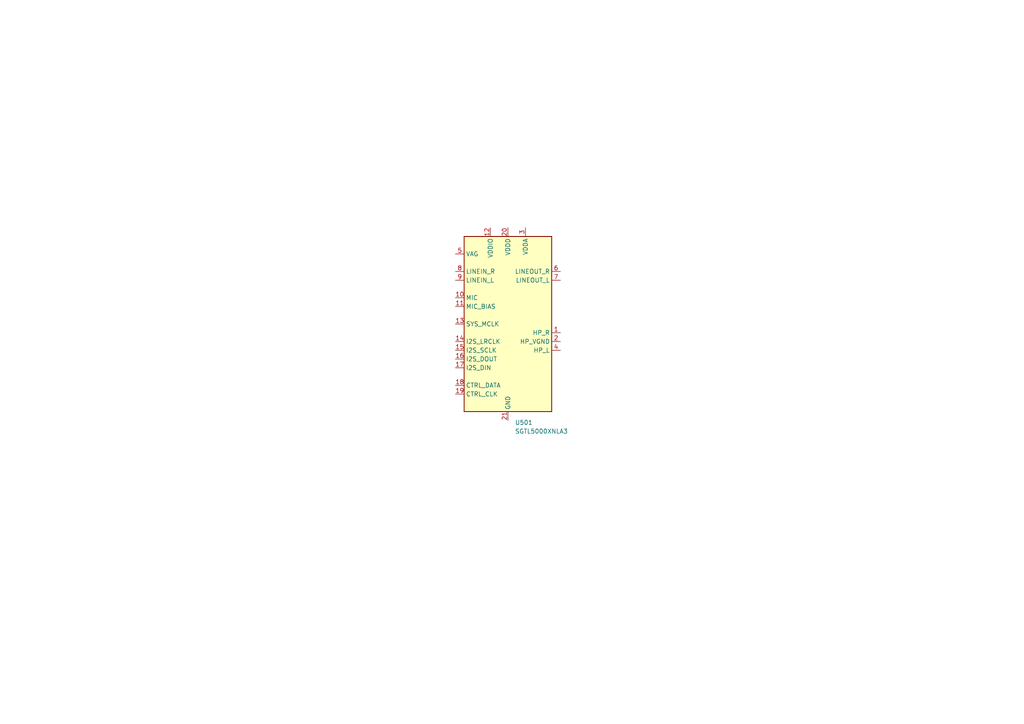
<source format=kicad_sch>
(kicad_sch (version 20211123) (generator eeschema)
  (paper "A4")
  (lib_symbols
    (symbol "Audio:SGTL5000XNLA3"
      (property "Reference" "U" (at 0 0 0))
      (property "Value" "SGTL5000XNLA3" (at -5.08 -27.94 0))
      (symbol "SGTL5000XNLA3_0_1"
        (rectangle (start -12.7 25.4) (end 12.7 -25.4) (stroke (width 0.254)) (fill (type background)))
      )
      (symbol "SGTL5000XNLA3_1_1"
        (pin output line (at 15.24 -2.54 180) (length 2.54) (name "HP_R") (number "1"))
        (pin input line (at -15.24 7.62 0) (length 2.54) (name "MIC") (number "10"))
        (pin input line (at -15.24 5.08 0) (length 2.54) (name "MIC_BIAS") (number "11"))
        (pin power_in line (at -5.08 27.94 270) (length 2.54) (name "VDDIO") (number "12"))
        (pin input line (at -15.24 0 0) (length 2.54) (name "SYS_MCLK") (number "13"))
        (pin input line (at -15.24 -5.08 0) (length 2.54) (name "I2S_LRCLK") (number "14"))
        (pin input line (at -15.24 -7.62 0) (length 2.54) (name "I2S_SCLK") (number "15"))
        (pin output line (at -15.24 -10.16 0) (length 2.54) (name "I2S_DOUT") (number "16"))
        (pin input line (at -15.24 -12.7 0) (length 2.54) (name "I2S_DIN") (number "17"))
        (pin input line (at -15.24 -17.78 0) (length 2.54) (name "CTRL_DATA") (number "18"))
        (pin input line (at -15.24 -20.32 0) (length 2.54) (name "CTRL_CLK") (number "19"))
        (pin power_out line (at 15.24 -5.08 180) (length 2.54) (name "HP_VGND") (number "2"))
        (pin power_in line (at 0 27.94 270) (length 2.54) (name "VDDD") (number "20"))
        (pin power_in line (at 0 -27.94 90) (length 2.54) (name "GND") (number "21"))
        (pin power_in line (at 5.08 27.94 270) (length 2.54) (name "VDDA") (number "3"))
        (pin output line (at 15.24 -7.62 180) (length 2.54) (name "HP_L") (number "4"))
        (pin passive line (at -15.24 20.32 0) (length 2.54) (name "VAG") (number "5"))
        (pin output line (at 15.24 15.24 180) (length 2.54) (name "LINEOUT_R") (number "6"))
        (pin output line (at 15.24 12.7 180) (length 2.54) (name "LINEOUT_L") (number "7"))
        (pin input line (at -15.24 15.24 0) (length 2.54) (name "LINEIN_R") (number "8"))
        (pin input line (at -15.24 12.7 0) (length 2.54) (name "LINEIN_L") (number "9"))
      )
    )
  )
  (symbol (lib_id "Audio:SGTL5000XNLA3") (at 147.32 93.98 0) (unit 1)
    (property "Reference" "U501" (at 149.3394 122.555 0) (effects (justify left)))
    (property "Value" "SGTL5000XNLA3" (at 149.3394 125.095 0) (effects (justify left)))
    (property "Footprint" "Package_DFN_QFN:QFN-20-1EP_3x3mm_P0.4mm_EP1.65x1.65mm" (effects hide))
    (property "Datasheet" "https://www.nxp.com/docs/en/data-sheet/SGTL5000.pdf" (effects hide))
  )
)
</source>
